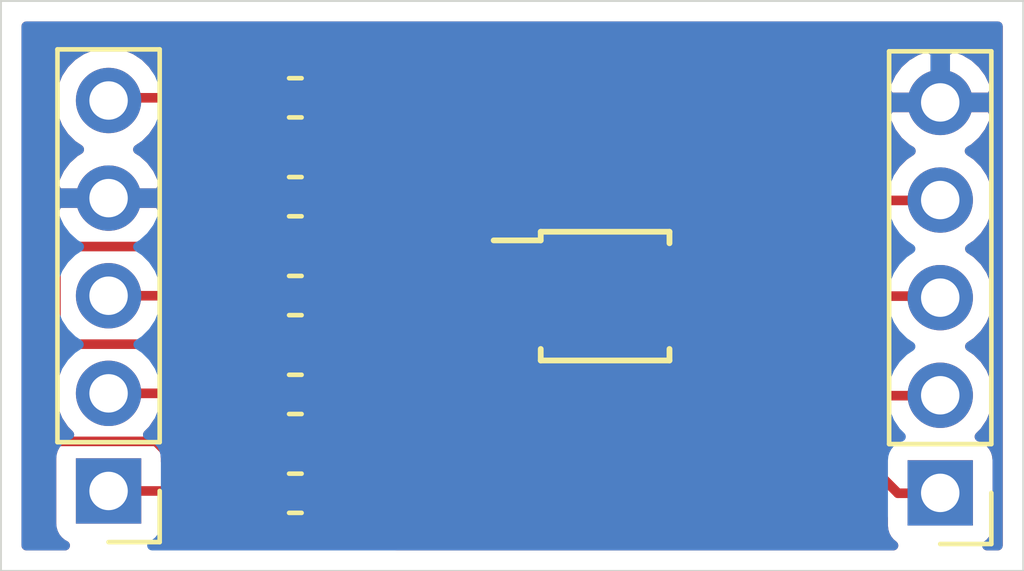
<source format=kicad_pcb>
(kicad_pcb (version 20171130) (host pcbnew 5.1.6-c6e7f7d~87~ubuntu18.04.1)

  (general
    (thickness 1.6)
    (drawings 4)
    (tracks 75)
    (zones 0)
    (modules 8)
    (nets 11)
  )

  (page A4)
  (title_block
    (title "MCP4728 breakout board")
    (date 2020-09-02)
    (rev 0.3)
    (company 6r1d)
  )

  (layers
    (0 F.Cu signal)
    (31 B.Cu signal)
    (32 B.Adhes user)
    (33 F.Adhes user)
    (34 B.Paste user)
    (35 F.Paste user)
    (36 B.SilkS user)
    (37 F.SilkS user)
    (38 B.Mask user)
    (39 F.Mask user)
    (40 Dwgs.User user)
    (41 Cmts.User user)
    (42 Eco1.User user)
    (43 Eco2.User user)
    (44 Edge.Cuts user)
    (45 Margin user)
    (46 B.CrtYd user)
    (47 F.CrtYd user)
    (48 B.Fab user)
    (49 F.Fab user)
  )

  (setup
    (last_trace_width 0.25)
    (trace_clearance 0.2)
    (zone_clearance 0.508)
    (zone_45_only no)
    (trace_min 0.2)
    (via_size 0.8)
    (via_drill 0.4)
    (via_min_size 0.4)
    (via_min_drill 0.3)
    (uvia_size 0.3)
    (uvia_drill 0.1)
    (uvias_allowed no)
    (uvia_min_size 0.2)
    (uvia_min_drill 0.1)
    (edge_width 0.05)
    (segment_width 0.2)
    (pcb_text_width 0.3)
    (pcb_text_size 1.5 1.5)
    (mod_edge_width 0.12)
    (mod_text_size 1 1)
    (mod_text_width 0.15)
    (pad_size 1.524 1.524)
    (pad_drill 0.762)
    (pad_to_mask_clearance 0.05)
    (aux_axis_origin 0 0)
    (visible_elements FFFFFF7F)
    (pcbplotparams
      (layerselection 0x010fc_ffffffff)
      (usegerberextensions false)
      (usegerberattributes true)
      (usegerberadvancedattributes true)
      (creategerberjobfile true)
      (excludeedgelayer true)
      (linewidth 0.100000)
      (plotframeref false)
      (viasonmask false)
      (mode 1)
      (useauxorigin false)
      (hpglpennumber 1)
      (hpglpenspeed 20)
      (hpglpendiameter 15.000000)
      (psnegative false)
      (psa4output false)
      (plotreference true)
      (plotvalue true)
      (plotinvisibletext false)
      (padsonsilk false)
      (subtractmaskfromsilk false)
      (outputformat 1)
      (mirror false)
      (drillshape 1)
      (scaleselection 1)
      (outputdirectory ""))
  )

  (net 0 "")
  (net 1 VDD)
  (net 2 GND)
  (net 3 SCL)
  (net 4 SDA)
  (net 5 LDAC)
  (net 6 VOUT_A)
  (net 7 VOUT_B)
  (net 8 VOUT_C)
  (net 9 VOUT_D)
  (net 10 "Net-(U1-Pad5)")

  (net_class Default "This is the default net class."
    (clearance 0.2)
    (trace_width 0.25)
    (via_dia 0.8)
    (via_drill 0.4)
    (uvia_dia 0.3)
    (uvia_drill 0.1)
    (add_net GND)
    (add_net LDAC)
    (add_net "Net-(U1-Pad5)")
    (add_net SCL)
    (add_net SDA)
    (add_net VDD)
    (add_net VOUT_A)
    (add_net VOUT_B)
    (add_net VOUT_C)
    (add_net VOUT_D)
  )

  (module Capacitor_SMD:C_0603_1608Metric (layer F.Cu) (tedit 5B301BBE) (tstamp 5F4F177D)
    (at 20.37 15.37 180)
    (descr "Capacitor SMD 0603 (1608 Metric), square (rectangular) end terminal, IPC_7351 nominal, (Body size source: http://www.tortai-tech.com/upload/download/2011102023233369053.pdf), generated with kicad-footprint-generator")
    (tags capacitor)
    (path /5F4328C6)
    (attr smd)
    (fp_text reference C1 (at 0 -1.43) (layer F.SilkS) hide
      (effects (font (size 1 1) (thickness 0.15)))
    )
    (fp_text value 0.1uF (at 0 1.43) (layer F.Fab) hide
      (effects (font (size 1 1) (thickness 0.15)))
    )
    (fp_line (start 1.48 0.73) (end -1.48 0.73) (layer F.CrtYd) (width 0.05))
    (fp_line (start 1.48 -0.73) (end 1.48 0.73) (layer F.CrtYd) (width 0.05))
    (fp_line (start -1.48 -0.73) (end 1.48 -0.73) (layer F.CrtYd) (width 0.05))
    (fp_line (start -1.48 0.73) (end -1.48 -0.73) (layer F.CrtYd) (width 0.05))
    (fp_line (start -0.162779 0.51) (end 0.162779 0.51) (layer F.SilkS) (width 0.12))
    (fp_line (start -0.162779 -0.51) (end 0.162779 -0.51) (layer F.SilkS) (width 0.12))
    (fp_line (start 0.8 0.4) (end -0.8 0.4) (layer F.Fab) (width 0.1))
    (fp_line (start 0.8 -0.4) (end 0.8 0.4) (layer F.Fab) (width 0.1))
    (fp_line (start -0.8 -0.4) (end 0.8 -0.4) (layer F.Fab) (width 0.1))
    (fp_line (start -0.8 0.4) (end -0.8 -0.4) (layer F.Fab) (width 0.1))
    (fp_text user %R (at 0 0) (layer F.Fab)
      (effects (font (size 0.4 0.4) (thickness 0.06)))
    )
    (pad 2 smd roundrect (at 0.7875 0 180) (size 0.875 0.95) (layers F.Cu F.Paste F.Mask) (roundrect_rratio 0.25)
      (net 1 VDD))
    (pad 1 smd roundrect (at -0.7875 0 180) (size 0.875 0.95) (layers F.Cu F.Paste F.Mask) (roundrect_rratio 0.25)
      (net 2 GND))
    (model ${KISYS3DMOD}/Capacitor_SMD.3dshapes/C_0603_1608Metric.wrl
      (at (xyz 0 0 0))
      (scale (xyz 1 1 1))
      (rotate (xyz 0 0 0))
    )
  )

  (module Capacitor_SMD:C_0603_1608Metric (layer F.Cu) (tedit 5B301BBE) (tstamp 5F4F178E)
    (at 20.37 17.9425 180)
    (descr "Capacitor SMD 0603 (1608 Metric), square (rectangular) end terminal, IPC_7351 nominal, (Body size source: http://www.tortai-tech.com/upload/download/2011102023233369053.pdf), generated with kicad-footprint-generator")
    (tags capacitor)
    (path /5F431DC0)
    (attr smd)
    (fp_text reference C2 (at 0 -1.43) (layer F.SilkS) hide
      (effects (font (size 1 1) (thickness 0.15)))
    )
    (fp_text value 10uF (at 0 1.43) (layer F.Fab) hide
      (effects (font (size 1 1) (thickness 0.15)))
    )
    (fp_line (start -0.8 0.4) (end -0.8 -0.4) (layer F.Fab) (width 0.1))
    (fp_line (start -0.8 -0.4) (end 0.8 -0.4) (layer F.Fab) (width 0.1))
    (fp_line (start 0.8 -0.4) (end 0.8 0.4) (layer F.Fab) (width 0.1))
    (fp_line (start 0.8 0.4) (end -0.8 0.4) (layer F.Fab) (width 0.1))
    (fp_line (start -0.162779 -0.51) (end 0.162779 -0.51) (layer F.SilkS) (width 0.12))
    (fp_line (start -0.162779 0.51) (end 0.162779 0.51) (layer F.SilkS) (width 0.12))
    (fp_line (start -1.48 0.73) (end -1.48 -0.73) (layer F.CrtYd) (width 0.05))
    (fp_line (start -1.48 -0.73) (end 1.48 -0.73) (layer F.CrtYd) (width 0.05))
    (fp_line (start 1.48 -0.73) (end 1.48 0.73) (layer F.CrtYd) (width 0.05))
    (fp_line (start 1.48 0.73) (end -1.48 0.73) (layer F.CrtYd) (width 0.05))
    (fp_text user %R (at 0 0) (layer F.Fab)
      (effects (font (size 0.4 0.4) (thickness 0.06)))
    )
    (pad 1 smd roundrect (at -0.7875 0 180) (size 0.875 0.95) (layers F.Cu F.Paste F.Mask) (roundrect_rratio 0.25)
      (net 2 GND))
    (pad 2 smd roundrect (at 0.7875 0 180) (size 0.875 0.95) (layers F.Cu F.Paste F.Mask) (roundrect_rratio 0.25)
      (net 1 VDD))
    (model ${KISYS3DMOD}/Capacitor_SMD.3dshapes/C_0603_1608Metric.wrl
      (at (xyz 0 0 0))
      (scale (xyz 1 1 1))
      (rotate (xyz 0 0 0))
    )
  )

  (module Connector_PinHeader_2.54mm:PinHeader_1x05_P2.54mm_Vertical (layer F.Cu) (tedit 59FED5CC) (tstamp 5F4F2CDC)
    (at 37.15 25.65 180)
    (descr "Through hole straight pin header, 1x05, 2.54mm pitch, single row")
    (tags "Through hole pin header THT 1x05 2.54mm single row")
    (path /5F480FA0)
    (fp_text reference J2 (at 0 -2.33) (layer F.SilkS) hide
      (effects (font (size 1 1) (thickness 0.15)))
    )
    (fp_text value Conn_01x05 (at 0 12.49) (layer F.Fab) hide
      (effects (font (size 1 1) (thickness 0.15)))
    )
    (fp_line (start -0.635 -1.27) (end 1.27 -1.27) (layer F.Fab) (width 0.1))
    (fp_line (start 1.27 -1.27) (end 1.27 11.43) (layer F.Fab) (width 0.1))
    (fp_line (start 1.27 11.43) (end -1.27 11.43) (layer F.Fab) (width 0.1))
    (fp_line (start -1.27 11.43) (end -1.27 -0.635) (layer F.Fab) (width 0.1))
    (fp_line (start -1.27 -0.635) (end -0.635 -1.27) (layer F.Fab) (width 0.1))
    (fp_line (start -1.33 11.49) (end 1.33 11.49) (layer F.SilkS) (width 0.12))
    (fp_line (start -1.33 1.27) (end -1.33 11.49) (layer F.SilkS) (width 0.12))
    (fp_line (start 1.33 1.27) (end 1.33 11.49) (layer F.SilkS) (width 0.12))
    (fp_line (start -1.33 1.27) (end 1.33 1.27) (layer F.SilkS) (width 0.12))
    (fp_line (start -1.33 0) (end -1.33 -1.33) (layer F.SilkS) (width 0.12))
    (fp_line (start -1.33 -1.33) (end 0 -1.33) (layer F.SilkS) (width 0.12))
    (fp_line (start -1.8 -1.8) (end -1.8 11.95) (layer F.CrtYd) (width 0.05))
    (fp_line (start -1.8 11.95) (end 1.8 11.95) (layer F.CrtYd) (width 0.05))
    (fp_line (start 1.8 11.95) (end 1.8 -1.8) (layer F.CrtYd) (width 0.05))
    (fp_line (start 1.8 -1.8) (end -1.8 -1.8) (layer F.CrtYd) (width 0.05))
    (fp_text user %R (at 0 5.08 90) (layer F.Fab)
      (effects (font (size 1 1) (thickness 0.15)))
    )
    (pad 1 thru_hole rect (at 0 0 180) (size 1.7 1.7) (drill 1) (layers *.Cu *.Mask)
      (net 6 VOUT_A))
    (pad 2 thru_hole oval (at 0 2.54 180) (size 1.7 1.7) (drill 1) (layers *.Cu *.Mask)
      (net 7 VOUT_B))
    (pad 3 thru_hole oval (at 0 5.08 180) (size 1.7 1.7) (drill 1) (layers *.Cu *.Mask)
      (net 8 VOUT_C))
    (pad 4 thru_hole oval (at 0 7.62 180) (size 1.7 1.7) (drill 1) (layers *.Cu *.Mask)
      (net 9 VOUT_D))
    (pad 5 thru_hole oval (at 0 10.16 180) (size 1.7 1.7) (drill 1) (layers *.Cu *.Mask)
      (net 2 GND))
    (model ${KISYS3DMOD}/Connector_PinHeader_2.54mm.3dshapes/PinHeader_1x05_P2.54mm_Vertical.wrl
      (at (xyz 0 0 0))
      (scale (xyz 1 1 1))
      (rotate (xyz 0 0 0))
    )
  )

  (module Resistor_SMD:R_0603_1608Metric (layer F.Cu) (tedit 5B301BBD) (tstamp 5F4F17D2)
    (at 20.37 20.515 180)
    (descr "Resistor SMD 0603 (1608 Metric), square (rectangular) end terminal, IPC_7351 nominal, (Body size source: http://www.tortai-tech.com/upload/download/2011102023233369053.pdf), generated with kicad-footprint-generator")
    (tags resistor)
    (path /5F41FBC6)
    (attr smd)
    (fp_text reference R1 (at 0 -1.43) (layer F.SilkS) hide
      (effects (font (size 1 1) (thickness 0.15)))
    )
    (fp_text value 4.7k (at 0 1.43) (layer F.Fab) hide
      (effects (font (size 1 1) (thickness 0.15)))
    )
    (fp_line (start -0.8 0.4) (end -0.8 -0.4) (layer F.Fab) (width 0.1))
    (fp_line (start -0.8 -0.4) (end 0.8 -0.4) (layer F.Fab) (width 0.1))
    (fp_line (start 0.8 -0.4) (end 0.8 0.4) (layer F.Fab) (width 0.1))
    (fp_line (start 0.8 0.4) (end -0.8 0.4) (layer F.Fab) (width 0.1))
    (fp_line (start -0.162779 -0.51) (end 0.162779 -0.51) (layer F.SilkS) (width 0.12))
    (fp_line (start -0.162779 0.51) (end 0.162779 0.51) (layer F.SilkS) (width 0.12))
    (fp_line (start -1.48 0.73) (end -1.48 -0.73) (layer F.CrtYd) (width 0.05))
    (fp_line (start -1.48 -0.73) (end 1.48 -0.73) (layer F.CrtYd) (width 0.05))
    (fp_line (start 1.48 -0.73) (end 1.48 0.73) (layer F.CrtYd) (width 0.05))
    (fp_line (start 1.48 0.73) (end -1.48 0.73) (layer F.CrtYd) (width 0.05))
    (fp_text user %R (at 0 0) (layer F.Fab)
      (effects (font (size 0.4 0.4) (thickness 0.06)))
    )
    (pad 1 smd roundrect (at -0.7875 0 180) (size 0.875 0.95) (layers F.Cu F.Paste F.Mask) (roundrect_rratio 0.25)
      (net 3 SCL))
    (pad 2 smd roundrect (at 0.7875 0 180) (size 0.875 0.95) (layers F.Cu F.Paste F.Mask) (roundrect_rratio 0.25)
      (net 1 VDD))
    (model ${KISYS3DMOD}/Resistor_SMD.3dshapes/R_0603_1608Metric.wrl
      (at (xyz 0 0 0))
      (scale (xyz 1 1 1))
      (rotate (xyz 0 0 0))
    )
  )

  (module Resistor_SMD:R_0603_1608Metric (layer F.Cu) (tedit 5B301BBD) (tstamp 5F4F17E3)
    (at 20.37 23.0875 180)
    (descr "Resistor SMD 0603 (1608 Metric), square (rectangular) end terminal, IPC_7351 nominal, (Body size source: http://www.tortai-tech.com/upload/download/2011102023233369053.pdf), generated with kicad-footprint-generator")
    (tags resistor)
    (path /5F41FF79)
    (attr smd)
    (fp_text reference R2 (at 0 -1.43) (layer F.SilkS) hide
      (effects (font (size 1 1) (thickness 0.15)))
    )
    (fp_text value 4.7k (at 0 1.43) (layer F.Fab) hide
      (effects (font (size 1 1) (thickness 0.15)))
    )
    (fp_line (start 1.48 0.73) (end -1.48 0.73) (layer F.CrtYd) (width 0.05))
    (fp_line (start 1.48 -0.73) (end 1.48 0.73) (layer F.CrtYd) (width 0.05))
    (fp_line (start -1.48 -0.73) (end 1.48 -0.73) (layer F.CrtYd) (width 0.05))
    (fp_line (start -1.48 0.73) (end -1.48 -0.73) (layer F.CrtYd) (width 0.05))
    (fp_line (start -0.162779 0.51) (end 0.162779 0.51) (layer F.SilkS) (width 0.12))
    (fp_line (start -0.162779 -0.51) (end 0.162779 -0.51) (layer F.SilkS) (width 0.12))
    (fp_line (start 0.8 0.4) (end -0.8 0.4) (layer F.Fab) (width 0.1))
    (fp_line (start 0.8 -0.4) (end 0.8 0.4) (layer F.Fab) (width 0.1))
    (fp_line (start -0.8 -0.4) (end 0.8 -0.4) (layer F.Fab) (width 0.1))
    (fp_line (start -0.8 0.4) (end -0.8 -0.4) (layer F.Fab) (width 0.1))
    (fp_text user %R (at 0 0) (layer F.Fab)
      (effects (font (size 0.4 0.4) (thickness 0.06)))
    )
    (pad 2 smd roundrect (at 0.7875 0 180) (size 0.875 0.95) (layers F.Cu F.Paste F.Mask) (roundrect_rratio 0.25)
      (net 1 VDD))
    (pad 1 smd roundrect (at -0.7875 0 180) (size 0.875 0.95) (layers F.Cu F.Paste F.Mask) (roundrect_rratio 0.25)
      (net 4 SDA))
    (model ${KISYS3DMOD}/Resistor_SMD.3dshapes/R_0603_1608Metric.wrl
      (at (xyz 0 0 0))
      (scale (xyz 1 1 1))
      (rotate (xyz 0 0 0))
    )
  )

  (module Resistor_SMD:R_0603_1608Metric (layer F.Cu) (tedit 5B301BBD) (tstamp 5F4F17F4)
    (at 20.37 25.66 180)
    (descr "Resistor SMD 0603 (1608 Metric), square (rectangular) end terminal, IPC_7351 nominal, (Body size source: http://www.tortai-tech.com/upload/download/2011102023233369053.pdf), generated with kicad-footprint-generator")
    (tags resistor)
    (path /5F4465BB)
    (attr smd)
    (fp_text reference R3 (at 0 -1.43) (layer F.SilkS) hide
      (effects (font (size 1 1) (thickness 0.15)))
    )
    (fp_text value 4.7k (at 0 1.43) (layer F.Fab) hide
      (effects (font (size 1 1) (thickness 0.15)))
    )
    (fp_line (start -0.8 0.4) (end -0.8 -0.4) (layer F.Fab) (width 0.1))
    (fp_line (start -0.8 -0.4) (end 0.8 -0.4) (layer F.Fab) (width 0.1))
    (fp_line (start 0.8 -0.4) (end 0.8 0.4) (layer F.Fab) (width 0.1))
    (fp_line (start 0.8 0.4) (end -0.8 0.4) (layer F.Fab) (width 0.1))
    (fp_line (start -0.162779 -0.51) (end 0.162779 -0.51) (layer F.SilkS) (width 0.12))
    (fp_line (start -0.162779 0.51) (end 0.162779 0.51) (layer F.SilkS) (width 0.12))
    (fp_line (start -1.48 0.73) (end -1.48 -0.73) (layer F.CrtYd) (width 0.05))
    (fp_line (start -1.48 -0.73) (end 1.48 -0.73) (layer F.CrtYd) (width 0.05))
    (fp_line (start 1.48 -0.73) (end 1.48 0.73) (layer F.CrtYd) (width 0.05))
    (fp_line (start 1.48 0.73) (end -1.48 0.73) (layer F.CrtYd) (width 0.05))
    (fp_text user %R (at 0 0) (layer F.Fab)
      (effects (font (size 0.4 0.4) (thickness 0.06)))
    )
    (pad 1 smd roundrect (at -0.7875 0 180) (size 0.875 0.95) (layers F.Cu F.Paste F.Mask) (roundrect_rratio 0.25)
      (net 5 LDAC))
    (pad 2 smd roundrect (at 0.7875 0 180) (size 0.875 0.95) (layers F.Cu F.Paste F.Mask) (roundrect_rratio 0.25)
      (net 2 GND))
    (model ${KISYS3DMOD}/Resistor_SMD.3dshapes/R_0603_1608Metric.wrl
      (at (xyz 0 0 0))
      (scale (xyz 1 1 1))
      (rotate (xyz 0 0 0))
    )
  )

  (module Package_SO:MSOP-10_3x3mm_P0.5mm (layer F.Cu) (tedit 5A02F25C) (tstamp 5F4F1813)
    (at 28.43 20.53)
    (descr "10-Lead Plastic Micro Small Outline Package (MS) [MSOP] (see Microchip Packaging Specification 00000049BS.pdf)")
    (tags "SSOP 0.5")
    (path /5F419BBF)
    (attr smd)
    (fp_text reference U1 (at 0 -2.6) (layer F.SilkS) hide
      (effects (font (size 1 1) (thickness 0.15)))
    )
    (fp_text value MCP4728 (at 0 2.6) (layer F.Fab) hide
      (effects (font (size 1 1) (thickness 0.15)))
    )
    (fp_line (start -0.5 -1.5) (end 1.5 -1.5) (layer F.Fab) (width 0.15))
    (fp_line (start 1.5 -1.5) (end 1.5 1.5) (layer F.Fab) (width 0.15))
    (fp_line (start 1.5 1.5) (end -1.5 1.5) (layer F.Fab) (width 0.15))
    (fp_line (start -1.5 1.5) (end -1.5 -0.5) (layer F.Fab) (width 0.15))
    (fp_line (start -1.5 -0.5) (end -0.5 -1.5) (layer F.Fab) (width 0.15))
    (fp_line (start -3.15 -1.85) (end -3.15 1.85) (layer F.CrtYd) (width 0.05))
    (fp_line (start 3.15 -1.85) (end 3.15 1.85) (layer F.CrtYd) (width 0.05))
    (fp_line (start -3.15 -1.85) (end 3.15 -1.85) (layer F.CrtYd) (width 0.05))
    (fp_line (start -3.15 1.85) (end 3.15 1.85) (layer F.CrtYd) (width 0.05))
    (fp_line (start -1.675 -1.675) (end -1.675 -1.45) (layer F.SilkS) (width 0.15))
    (fp_line (start 1.675 -1.675) (end 1.675 -1.375) (layer F.SilkS) (width 0.15))
    (fp_line (start 1.675 1.675) (end 1.675 1.375) (layer F.SilkS) (width 0.15))
    (fp_line (start -1.675 1.675) (end -1.675 1.375) (layer F.SilkS) (width 0.15))
    (fp_line (start -1.675 -1.675) (end 1.675 -1.675) (layer F.SilkS) (width 0.15))
    (fp_line (start -1.675 1.675) (end 1.675 1.675) (layer F.SilkS) (width 0.15))
    (fp_line (start -1.675 -1.45) (end -2.9 -1.45) (layer F.SilkS) (width 0.15))
    (fp_text user %R (at 0 0) (layer F.Fab)
      (effects (font (size 0.6 0.6) (thickness 0.15)))
    )
    (pad 1 smd rect (at -2.2 -1) (size 1.4 0.3) (layers F.Cu F.Paste F.Mask)
      (net 1 VDD))
    (pad 2 smd rect (at -2.2 -0.5) (size 1.4 0.3) (layers F.Cu F.Paste F.Mask)
      (net 3 SCL))
    (pad 3 smd rect (at -2.2 0) (size 1.4 0.3) (layers F.Cu F.Paste F.Mask)
      (net 4 SDA))
    (pad 4 smd rect (at -2.2 0.5) (size 1.4 0.3) (layers F.Cu F.Paste F.Mask)
      (net 5 LDAC))
    (pad 5 smd rect (at -2.2 1) (size 1.4 0.3) (layers F.Cu F.Paste F.Mask)
      (net 10 "Net-(U1-Pad5)"))
    (pad 6 smd rect (at 2.2 1) (size 1.4 0.3) (layers F.Cu F.Paste F.Mask)
      (net 6 VOUT_A))
    (pad 7 smd rect (at 2.2 0.5) (size 1.4 0.3) (layers F.Cu F.Paste F.Mask)
      (net 7 VOUT_B))
    (pad 8 smd rect (at 2.2 0) (size 1.4 0.3) (layers F.Cu F.Paste F.Mask)
      (net 8 VOUT_C))
    (pad 9 smd rect (at 2.2 -0.5) (size 1.4 0.3) (layers F.Cu F.Paste F.Mask)
      (net 9 VOUT_D))
    (pad 10 smd rect (at 2.2 -1) (size 1.4 0.3) (layers F.Cu F.Paste F.Mask)
      (net 2 GND))
    (model ${KISYS3DMOD}/Package_SO.3dshapes/MSOP-10_3x3mm_P0.5mm.wrl
      (at (xyz 0 0 0))
      (scale (xyz 1 1 1))
      (rotate (xyz 0 0 0))
    )
  )

  (module Connector_PinHeader_2.54mm:PinHeader_1x05_P2.54mm_Vertical (layer F.Cu) (tedit 59FED5CC) (tstamp 5F4F2924)
    (at 15.51 25.6 180)
    (descr "Through hole straight pin header, 1x05, 2.54mm pitch, single row")
    (tags "Through hole pin header THT 1x05 2.54mm single row")
    (path /5F5B52AE)
    (fp_text reference J1 (at 0 -2.33) (layer F.SilkS) hide
      (effects (font (size 1 1) (thickness 0.15)))
    )
    (fp_text value Conn_01x05 (at 0 12.49) (layer F.Fab) hide
      (effects (font (size 1 1) (thickness 0.15)))
    )
    (fp_line (start -0.635 -1.27) (end 1.27 -1.27) (layer F.Fab) (width 0.1))
    (fp_line (start 1.27 -1.27) (end 1.27 11.43) (layer F.Fab) (width 0.1))
    (fp_line (start 1.27 11.43) (end -1.27 11.43) (layer F.Fab) (width 0.1))
    (fp_line (start -1.27 11.43) (end -1.27 -0.635) (layer F.Fab) (width 0.1))
    (fp_line (start -1.27 -0.635) (end -0.635 -1.27) (layer F.Fab) (width 0.1))
    (fp_line (start -1.33 11.49) (end 1.33 11.49) (layer F.SilkS) (width 0.12))
    (fp_line (start -1.33 1.27) (end -1.33 11.49) (layer F.SilkS) (width 0.12))
    (fp_line (start 1.33 1.27) (end 1.33 11.49) (layer F.SilkS) (width 0.12))
    (fp_line (start -1.33 1.27) (end 1.33 1.27) (layer F.SilkS) (width 0.12))
    (fp_line (start -1.33 0) (end -1.33 -1.33) (layer F.SilkS) (width 0.12))
    (fp_line (start -1.33 -1.33) (end 0 -1.33) (layer F.SilkS) (width 0.12))
    (fp_line (start -1.8 -1.8) (end -1.8 11.95) (layer F.CrtYd) (width 0.05))
    (fp_line (start -1.8 11.95) (end 1.8 11.95) (layer F.CrtYd) (width 0.05))
    (fp_line (start 1.8 11.95) (end 1.8 -1.8) (layer F.CrtYd) (width 0.05))
    (fp_line (start 1.8 -1.8) (end -1.8 -1.8) (layer F.CrtYd) (width 0.05))
    (fp_text user %R (at 0 5.08 90) (layer F.Fab)
      (effects (font (size 1 1) (thickness 0.15)))
    )
    (pad 1 thru_hole rect (at 0 0 180) (size 1.7 1.7) (drill 1) (layers *.Cu *.Mask)
      (net 5 LDAC))
    (pad 2 thru_hole oval (at 0 2.54 180) (size 1.7 1.7) (drill 1) (layers *.Cu *.Mask)
      (net 4 SDA))
    (pad 3 thru_hole oval (at 0 5.08 180) (size 1.7 1.7) (drill 1) (layers *.Cu *.Mask)
      (net 3 SCL))
    (pad 4 thru_hole oval (at 0 7.62 180) (size 1.7 1.7) (drill 1) (layers *.Cu *.Mask)
      (net 2 GND))
    (pad 5 thru_hole oval (at 0 10.16 180) (size 1.7 1.7) (drill 1) (layers *.Cu *.Mask)
      (net 1 VDD))
    (model ${KISYS3DMOD}/Connector_PinHeader_2.54mm.3dshapes/PinHeader_1x05_P2.54mm_Vertical.wrl
      (at (xyz 0 0 0))
      (scale (xyz 1 1 1))
      (rotate (xyz 0 0 0))
    )
  )

  (gr_line (start 39.31 12.85) (end 12.71 12.85) (layer Edge.Cuts) (width 0.05))
  (gr_line (start 39.31 27.68) (end 39.31 12.85) (layer Edge.Cuts) (width 0.05))
  (gr_line (start 12.71 27.68) (end 39.31 27.68) (layer Edge.Cuts) (width 0.05))
  (gr_line (start 12.71 12.85) (end 12.71 27.68) (layer Edge.Cuts) (width 0.05))

  (segment (start 19.5825 15.37) (end 19.5825 17.9425) (width 0.25) (layer F.Cu) (net 1))
  (segment (start 15.58 15.37) (end 15.51 15.44) (width 0.25) (layer F.Cu) (net 1))
  (segment (start 19.5825 15.37) (end 15.58 15.37) (width 0.25) (layer F.Cu) (net 1))
  (segment (start 19.5825 17.9425) (end 19.5825 19.2675) (width 0.25) (layer F.Cu) (net 1))
  (segment (start 19.5825 19.2675) (end 19.5825 20.515) (width 0.25) (layer F.Cu) (net 1))
  (segment (start 18.5675 23.0875) (end 19.5825 23.0875) (width 0.25) (layer F.Cu) (net 1))
  (segment (start 17.26 21.78) (end 18.5675 23.0875) (width 0.25) (layer F.Cu) (net 1))
  (segment (start 14.48 21.78) (end 17.26 21.78) (width 0.25) (layer F.Cu) (net 1))
  (segment (start 18.605 20.515) (end 17.33 19.24) (width 0.25) (layer F.Cu) (net 1))
  (segment (start 14.44 19.24) (end 14.14 19.54) (width 0.25) (layer F.Cu) (net 1))
  (segment (start 17.33 19.24) (end 14.44 19.24) (width 0.25) (layer F.Cu) (net 1))
  (segment (start 19.5825 20.515) (end 18.605 20.515) (width 0.25) (layer F.Cu) (net 1))
  (segment (start 14.14 19.54) (end 14.14 21.44) (width 0.25) (layer F.Cu) (net 1))
  (segment (start 14.14 21.44) (end 14.48 21.78) (width 0.25) (layer F.Cu) (net 1))
  (segment (start 26.23 19.53) (end 26.23 19.29) (width 0.25) (layer F.Cu) (net 1))
  (segment (start 26.03 19.09) (end 19.64 19.09) (width 0.25) (layer F.Cu) (net 1))
  (segment (start 26.23 19.29) (end 26.03 19.09) (width 0.25) (layer F.Cu) (net 1))
  (segment (start 35.86 15.5) (end 37.14 15.5) (width 0.25) (layer F.Cu) (net 2))
  (segment (start 30.63 19.53) (end 31.83 19.53) (width 0.25) (layer F.Cu) (net 2))
  (segment (start 31.83 19.53) (end 35.86 15.5) (width 0.25) (layer F.Cu) (net 2))
  (segment (start 21.1575 15.37) (end 21.1575 17.9425) (width 0.25) (layer F.Cu) (net 2))
  (segment (start 14.27 17.98) (end 13.51 17.22) (width 0.25) (layer F.Cu) (net 2))
  (segment (start 15.51 17.98) (end 14.27 17.98) (width 0.25) (layer F.Cu) (net 2))
  (segment (start 16.74 24.31) (end 18.09 25.66) (width 0.25) (layer F.Cu) (net 2))
  (segment (start 13.51 17.22) (end 13.51 23.650002) (width 0.25) (layer F.Cu) (net 2))
  (segment (start 18.09 25.66) (end 19.5825 25.66) (width 0.25) (layer F.Cu) (net 2))
  (segment (start 14.169998 24.31) (end 16.74 24.31) (width 0.25) (layer F.Cu) (net 2))
  (segment (start 13.51 23.650002) (end 14.169998 24.31) (width 0.25) (layer F.Cu) (net 2))
  (segment (start 29.22 19.53) (end 30.63 19.53) (width 0.25) (layer F.Cu) (net 2))
  (segment (start 21.1575 17.9425) (end 27.6325 17.9425) (width 0.25) (layer F.Cu) (net 2))
  (segment (start 27.6325 17.9425) (end 29.22 19.53) (width 0.25) (layer F.Cu) (net 2))
  (segment (start 21.1575 14.3375) (end 21.1575 15.37) (width 0.25) (layer F.Cu) (net 2))
  (segment (start 20.52 13.7) (end 21.1575 14.3375) (width 0.25) (layer F.Cu) (net 2))
  (segment (start 14.41 13.7) (end 20.52 13.7) (width 0.25) (layer F.Cu) (net 2))
  (segment (start 13.51 17.22) (end 13.51 14.6) (width 0.25) (layer F.Cu) (net 2))
  (segment (start 13.51 14.6) (end 14.41 13.7) (width 0.25) (layer F.Cu) (net 2))
  (segment (start 23.49 20.03) (end 26.23 20.03) (width 0.25) (layer F.Cu) (net 3))
  (segment (start 23.01 20.51) (end 23.49 20.03) (width 0.25) (layer F.Cu) (net 3))
  (segment (start 23.005 20.515) (end 23.01 20.51) (width 0.25) (layer F.Cu) (net 3))
  (segment (start 21.1575 20.515) (end 23.005 20.515) (width 0.25) (layer F.Cu) (net 3))
  (segment (start 21.75 21.77) (end 23.01 20.51) (width 0.25) (layer F.Cu) (net 3))
  (segment (start 18.84 21.77) (end 21.75 21.77) (width 0.25) (layer F.Cu) (net 3))
  (segment (start 15.51 20.52) (end 17.59 20.52) (width 0.25) (layer F.Cu) (net 3))
  (segment (start 17.59 20.52) (end 18.84 21.77) (width 0.25) (layer F.Cu) (net 3))
  (segment (start 15.51 23.06) (end 17.36 23.06) (width 0.25) (layer F.Cu) (net 4))
  (segment (start 18.69 24.39) (end 21.43 24.39) (width 0.25) (layer F.Cu) (net 4))
  (segment (start 17.36 23.06) (end 18.69 24.39) (width 0.25) (layer F.Cu) (net 4))
  (segment (start 21.43 24.39) (end 22.25 23.57) (width 0.25) (layer F.Cu) (net 4))
  (segment (start 22.25 23.57) (end 22.25 23.08) (width 0.25) (layer F.Cu) (net 4))
  (segment (start 22.2425 23.0875) (end 22.25 23.08) (width 0.25) (layer F.Cu) (net 4))
  (segment (start 21.1575 23.0875) (end 22.2425 23.0875) (width 0.25) (layer F.Cu) (net 4))
  (segment (start 24.18 20.53) (end 26.23 20.53) (width 0.25) (layer F.Cu) (net 4))
  (segment (start 22.25 23.08) (end 22.25 22.46) (width 0.25) (layer F.Cu) (net 4))
  (segment (start 22.25 22.46) (end 24.18 20.53) (width 0.25) (layer F.Cu) (net 4))
  (segment (start 17.05 25.6) (end 15.51 25.6) (width 0.25) (layer F.Cu) (net 5))
  (segment (start 22.93 26.03) (end 22.04 26.92) (width 0.25) (layer F.Cu) (net 5))
  (segment (start 26.23 21.03) (end 24.94 21.03) (width 0.25) (layer F.Cu) (net 5))
  (segment (start 24.94 21.03) (end 22.93 23.04) (width 0.25) (layer F.Cu) (net 5))
  (segment (start 22.04 26.92) (end 18.37 26.92) (width 0.25) (layer F.Cu) (net 5))
  (segment (start 18.37 26.92) (end 17.05 25.6) (width 0.25) (layer F.Cu) (net 5))
  (segment (start 22.91 25.66) (end 22.93 25.64) (width 0.25) (layer F.Cu) (net 5))
  (segment (start 21.1575 25.66) (end 22.91 25.66) (width 0.25) (layer F.Cu) (net 5))
  (segment (start 22.93 23.04) (end 22.93 25.64) (width 0.25) (layer F.Cu) (net 5))
  (segment (start 22.93 25.64) (end 22.93 26.03) (width 0.25) (layer F.Cu) (net 5))
  (segment (start 26.23 21.53) (end 26.22 21.54) (width 0.25) (layer F.Cu) (net 10))
  (segment (start 36.05 25.66) (end 37.14 25.66) (width 0.25) (layer F.Cu) (net 6))
  (segment (start 30.63 21.53) (end 31.92 21.53) (width 0.25) (layer F.Cu) (net 6))
  (segment (start 31.92 21.53) (end 36.05 25.66) (width 0.25) (layer F.Cu) (net 6))
  (segment (start 30.63 21.03) (end 32.87 21.03) (width 0.25) (layer F.Cu) (net 7))
  (segment (start 34.96 23.12) (end 37.14 23.12) (width 0.25) (layer F.Cu) (net 7))
  (segment (start 32.87 21.03) (end 34.96 23.12) (width 0.25) (layer F.Cu) (net 7))
  (segment (start 30.63 20.53) (end 37.11 20.53) (width 0.25) (layer F.Cu) (net 8))
  (segment (start 34.9 18.04) (end 37.14 18.04) (width 0.25) (layer F.Cu) (net 9))
  (segment (start 30.63 20.03) (end 32.91 20.03) (width 0.25) (layer F.Cu) (net 9))
  (segment (start 32.91 20.03) (end 34.9 18.04) (width 0.25) (layer F.Cu) (net 9))

  (zone (net 2) (net_name GND) (layer B.Cu) (tstamp 0) (hatch edge 0.508)
    (connect_pads (clearance 0.508))
    (min_thickness 0.254)
    (fill yes (arc_segments 32) (thermal_gap 0.508) (thermal_bridge_width 0.508))
    (polygon
      (pts
        (xy 39.27 27.64) (xy 12.74 27.64) (xy 12.74 12.88) (xy 39.27 12.88)
      )
    )
    (filled_polygon
      (pts
        (xy 38.65 27.02) (xy 38.367333 27.02) (xy 38.451185 26.951185) (xy 38.530537 26.854494) (xy 38.589502 26.74418)
        (xy 38.625812 26.624482) (xy 38.638072 26.5) (xy 38.638072 24.8) (xy 38.625812 24.675518) (xy 38.589502 24.55582)
        (xy 38.530537 24.445506) (xy 38.451185 24.348815) (xy 38.354494 24.269463) (xy 38.24418 24.210498) (xy 38.17162 24.188487)
        (xy 38.303475 24.056632) (xy 38.46599 23.813411) (xy 38.577932 23.543158) (xy 38.635 23.25626) (xy 38.635 22.96374)
        (xy 38.577932 22.676842) (xy 38.46599 22.406589) (xy 38.303475 22.163368) (xy 38.096632 21.956525) (xy 37.92224 21.84)
        (xy 38.096632 21.723475) (xy 38.303475 21.516632) (xy 38.46599 21.273411) (xy 38.577932 21.003158) (xy 38.635 20.71626)
        (xy 38.635 20.42374) (xy 38.577932 20.136842) (xy 38.46599 19.866589) (xy 38.303475 19.623368) (xy 38.096632 19.416525)
        (xy 37.92224 19.3) (xy 38.096632 19.183475) (xy 38.303475 18.976632) (xy 38.46599 18.733411) (xy 38.577932 18.463158)
        (xy 38.635 18.17626) (xy 38.635 17.88374) (xy 38.577932 17.596842) (xy 38.46599 17.326589) (xy 38.303475 17.083368)
        (xy 38.096632 16.876525) (xy 37.914466 16.754805) (xy 38.031355 16.685178) (xy 38.247588 16.490269) (xy 38.421641 16.25692)
        (xy 38.546825 15.994099) (xy 38.591476 15.84689) (xy 38.470155 15.617) (xy 37.277 15.617) (xy 37.277 15.637)
        (xy 37.023 15.637) (xy 37.023 15.617) (xy 35.829845 15.617) (xy 35.708524 15.84689) (xy 35.753175 15.994099)
        (xy 35.878359 16.25692) (xy 36.052412 16.490269) (xy 36.268645 16.685178) (xy 36.385534 16.754805) (xy 36.203368 16.876525)
        (xy 35.996525 17.083368) (xy 35.83401 17.326589) (xy 35.722068 17.596842) (xy 35.665 17.88374) (xy 35.665 18.17626)
        (xy 35.722068 18.463158) (xy 35.83401 18.733411) (xy 35.996525 18.976632) (xy 36.203368 19.183475) (xy 36.37776 19.3)
        (xy 36.203368 19.416525) (xy 35.996525 19.623368) (xy 35.83401 19.866589) (xy 35.722068 20.136842) (xy 35.665 20.42374)
        (xy 35.665 20.71626) (xy 35.722068 21.003158) (xy 35.83401 21.273411) (xy 35.996525 21.516632) (xy 36.203368 21.723475)
        (xy 36.37776 21.84) (xy 36.203368 21.956525) (xy 35.996525 22.163368) (xy 35.83401 22.406589) (xy 35.722068 22.676842)
        (xy 35.665 22.96374) (xy 35.665 23.25626) (xy 35.722068 23.543158) (xy 35.83401 23.813411) (xy 35.996525 24.056632)
        (xy 36.12838 24.188487) (xy 36.05582 24.210498) (xy 35.945506 24.269463) (xy 35.848815 24.348815) (xy 35.769463 24.445506)
        (xy 35.710498 24.55582) (xy 35.674188 24.675518) (xy 35.661928 24.8) (xy 35.661928 26.5) (xy 35.674188 26.624482)
        (xy 35.710498 26.74418) (xy 35.769463 26.854494) (xy 35.848815 26.951185) (xy 35.932667 27.02) (xy 16.640665 27.02)
        (xy 16.714494 26.980537) (xy 16.811185 26.901185) (xy 16.890537 26.804494) (xy 16.949502 26.69418) (xy 16.985812 26.574482)
        (xy 16.998072 26.45) (xy 16.998072 24.75) (xy 16.985812 24.625518) (xy 16.949502 24.50582) (xy 16.890537 24.395506)
        (xy 16.811185 24.298815) (xy 16.714494 24.219463) (xy 16.60418 24.160498) (xy 16.53162 24.138487) (xy 16.663475 24.006632)
        (xy 16.82599 23.763411) (xy 16.937932 23.493158) (xy 16.995 23.20626) (xy 16.995 22.91374) (xy 16.937932 22.626842)
        (xy 16.82599 22.356589) (xy 16.663475 22.113368) (xy 16.456632 21.906525) (xy 16.28224 21.79) (xy 16.456632 21.673475)
        (xy 16.663475 21.466632) (xy 16.82599 21.223411) (xy 16.937932 20.953158) (xy 16.995 20.66626) (xy 16.995 20.37374)
        (xy 16.937932 20.086842) (xy 16.82599 19.816589) (xy 16.663475 19.573368) (xy 16.456632 19.366525) (xy 16.274466 19.244805)
        (xy 16.391355 19.175178) (xy 16.607588 18.980269) (xy 16.781641 18.74692) (xy 16.906825 18.484099) (xy 16.951476 18.33689)
        (xy 16.830155 18.107) (xy 15.637 18.107) (xy 15.637 18.127) (xy 15.383 18.127) (xy 15.383 18.107)
        (xy 14.189845 18.107) (xy 14.068524 18.33689) (xy 14.113175 18.484099) (xy 14.238359 18.74692) (xy 14.412412 18.980269)
        (xy 14.628645 19.175178) (xy 14.745534 19.244805) (xy 14.563368 19.366525) (xy 14.356525 19.573368) (xy 14.19401 19.816589)
        (xy 14.082068 20.086842) (xy 14.025 20.37374) (xy 14.025 20.66626) (xy 14.082068 20.953158) (xy 14.19401 21.223411)
        (xy 14.356525 21.466632) (xy 14.563368 21.673475) (xy 14.73776 21.79) (xy 14.563368 21.906525) (xy 14.356525 22.113368)
        (xy 14.19401 22.356589) (xy 14.082068 22.626842) (xy 14.025 22.91374) (xy 14.025 23.20626) (xy 14.082068 23.493158)
        (xy 14.19401 23.763411) (xy 14.356525 24.006632) (xy 14.48838 24.138487) (xy 14.41582 24.160498) (xy 14.305506 24.219463)
        (xy 14.208815 24.298815) (xy 14.129463 24.395506) (xy 14.070498 24.50582) (xy 14.034188 24.625518) (xy 14.021928 24.75)
        (xy 14.021928 26.45) (xy 14.034188 26.574482) (xy 14.070498 26.69418) (xy 14.129463 26.804494) (xy 14.208815 26.901185)
        (xy 14.305506 26.980537) (xy 14.379335 27.02) (xy 13.37 27.02) (xy 13.37 15.29374) (xy 14.025 15.29374)
        (xy 14.025 15.58626) (xy 14.082068 15.873158) (xy 14.19401 16.143411) (xy 14.356525 16.386632) (xy 14.563368 16.593475)
        (xy 14.745534 16.715195) (xy 14.628645 16.784822) (xy 14.412412 16.979731) (xy 14.238359 17.21308) (xy 14.113175 17.475901)
        (xy 14.068524 17.62311) (xy 14.189845 17.853) (xy 15.383 17.853) (xy 15.383 17.833) (xy 15.637 17.833)
        (xy 15.637 17.853) (xy 16.830155 17.853) (xy 16.951476 17.62311) (xy 16.906825 17.475901) (xy 16.781641 17.21308)
        (xy 16.607588 16.979731) (xy 16.391355 16.784822) (xy 16.274466 16.715195) (xy 16.456632 16.593475) (xy 16.663475 16.386632)
        (xy 16.82599 16.143411) (xy 16.937932 15.873158) (xy 16.995 15.58626) (xy 16.995 15.29374) (xy 16.963049 15.13311)
        (xy 35.708524 15.13311) (xy 35.829845 15.363) (xy 37.023 15.363) (xy 37.023 14.169186) (xy 37.277 14.169186)
        (xy 37.277 15.363) (xy 38.470155 15.363) (xy 38.591476 15.13311) (xy 38.546825 14.985901) (xy 38.421641 14.72308)
        (xy 38.247588 14.489731) (xy 38.031355 14.294822) (xy 37.781252 14.145843) (xy 37.506891 14.048519) (xy 37.277 14.169186)
        (xy 37.023 14.169186) (xy 36.793109 14.048519) (xy 36.518748 14.145843) (xy 36.268645 14.294822) (xy 36.052412 14.489731)
        (xy 35.878359 14.72308) (xy 35.753175 14.985901) (xy 35.708524 15.13311) (xy 16.963049 15.13311) (xy 16.937932 15.006842)
        (xy 16.82599 14.736589) (xy 16.663475 14.493368) (xy 16.456632 14.286525) (xy 16.213411 14.12401) (xy 15.943158 14.012068)
        (xy 15.65626 13.955) (xy 15.36374 13.955) (xy 15.076842 14.012068) (xy 14.806589 14.12401) (xy 14.563368 14.286525)
        (xy 14.356525 14.493368) (xy 14.19401 14.736589) (xy 14.082068 15.006842) (xy 14.025 15.29374) (xy 13.37 15.29374)
        (xy 13.37 13.51) (xy 38.650001 13.51)
      )
    )
  )
  (zone (net 2) (net_name GND) (layer F.Cu) (tstamp 0) (hatch edge 0.508)
    (connect_pads (clearance 0.508))
    (min_thickness 0.254)
    (fill yes (arc_segments 32) (thermal_gap 0.508) (thermal_bridge_width 0.508))
    (polygon
      (pts
        (xy 39.27 27.64) (xy 12.74 27.64) (xy 12.74 12.88) (xy 39.27 12.88)
      )
    )
    (filled_polygon
      (pts
        (xy 38.65 27.02) (xy 38.367333 27.02) (xy 38.451185 26.951185) (xy 38.530537 26.854494) (xy 38.589502 26.74418)
        (xy 38.625812 26.624482) (xy 38.638072 26.5) (xy 38.638072 24.8) (xy 38.625812 24.675518) (xy 38.589502 24.55582)
        (xy 38.530537 24.445506) (xy 38.451185 24.348815) (xy 38.354494 24.269463) (xy 38.24418 24.210498) (xy 38.17162 24.188487)
        (xy 38.303475 24.056632) (xy 38.46599 23.813411) (xy 38.577932 23.543158) (xy 38.635 23.25626) (xy 38.635 22.96374)
        (xy 38.577932 22.676842) (xy 38.46599 22.406589) (xy 38.303475 22.163368) (xy 38.096632 21.956525) (xy 37.92224 21.84)
        (xy 38.096632 21.723475) (xy 38.303475 21.516632) (xy 38.46599 21.273411) (xy 38.577932 21.003158) (xy 38.635 20.71626)
        (xy 38.635 20.42374) (xy 38.577932 20.136842) (xy 38.46599 19.866589) (xy 38.303475 19.623368) (xy 38.096632 19.416525)
        (xy 37.92224 19.3) (xy 38.096632 19.183475) (xy 38.303475 18.976632) (xy 38.46599 18.733411) (xy 38.577932 18.463158)
        (xy 38.635 18.17626) (xy 38.635 17.88374) (xy 38.577932 17.596842) (xy 38.46599 17.326589) (xy 38.303475 17.083368)
        (xy 38.096632 16.876525) (xy 37.914466 16.754805) (xy 38.031355 16.685178) (xy 38.247588 16.490269) (xy 38.421641 16.25692)
        (xy 38.546825 15.994099) (xy 38.591476 15.84689) (xy 38.470155 15.617) (xy 37.277 15.617) (xy 37.277 15.637)
        (xy 37.023 15.637) (xy 37.023 15.617) (xy 35.829845 15.617) (xy 35.708524 15.84689) (xy 35.753175 15.994099)
        (xy 35.878359 16.25692) (xy 36.052412 16.490269) (xy 36.268645 16.685178) (xy 36.385534 16.754805) (xy 36.203368 16.876525)
        (xy 35.996525 17.083368) (xy 35.86514 17.28) (xy 34.937322 17.28) (xy 34.9 17.276324) (xy 34.862677 17.28)
        (xy 34.862667 17.28) (xy 34.751014 17.290997) (xy 34.633681 17.326589) (xy 34.607753 17.334454) (xy 34.475723 17.405026)
        (xy 34.399599 17.4675) (xy 34.359999 17.499999) (xy 34.336201 17.528997) (xy 32.595199 19.27) (xy 31.956443 19.27)
        (xy 31.953794 19.245771) (xy 31.915621 19.126654) (xy 31.854943 19.017273) (xy 31.774092 18.921831) (xy 31.676174 18.843997)
        (xy 31.564954 18.786761) (xy 31.444704 18.752323) (xy 31.320046 18.742006) (xy 30.91575 18.745) (xy 30.757 18.90375)
        (xy 30.757 19.241928) (xy 30.503 19.241928) (xy 30.503 18.90375) (xy 30.34425 18.745) (xy 29.939954 18.742006)
        (xy 29.815296 18.752323) (xy 29.695046 18.786761) (xy 29.583826 18.843997) (xy 29.485908 18.921831) (xy 29.405057 19.017273)
        (xy 29.344379 19.126654) (xy 29.306206 19.245771) (xy 29.295 19.34825) (xy 29.432275 19.485525) (xy 29.399463 19.525506)
        (xy 29.340498 19.63582) (xy 29.327247 19.679503) (xy 29.295 19.71175) (xy 29.302102 19.776698) (xy 29.291928 19.88)
        (xy 29.291928 20.18) (xy 29.301777 20.28) (xy 29.291928 20.38) (xy 29.291928 20.68) (xy 29.301777 20.78)
        (xy 29.291928 20.88) (xy 29.291928 21.18) (xy 29.301777 21.28) (xy 29.291928 21.38) (xy 29.291928 21.68)
        (xy 29.304188 21.804482) (xy 29.340498 21.92418) (xy 29.399463 22.034494) (xy 29.478815 22.131185) (xy 29.575506 22.210537)
        (xy 29.68582 22.269502) (xy 29.805518 22.305812) (xy 29.93 22.318072) (xy 31.33 22.318072) (xy 31.454482 22.305812)
        (xy 31.506607 22.29) (xy 31.605199 22.29) (xy 35.486201 26.171003) (xy 35.509999 26.200001) (xy 35.538997 26.223799)
        (xy 35.625723 26.294974) (xy 35.661928 26.314326) (xy 35.661928 26.5) (xy 35.674188 26.624482) (xy 35.710498 26.74418)
        (xy 35.769463 26.854494) (xy 35.848815 26.951185) (xy 35.932667 27.02) (xy 23.014801 27.02) (xy 23.441003 26.593799)
        (xy 23.470001 26.570001) (xy 23.5093 26.522115) (xy 23.564974 26.454277) (xy 23.635546 26.322247) (xy 23.643819 26.294974)
        (xy 23.679003 26.178986) (xy 23.69 26.067332) (xy 23.69 26.067324) (xy 23.693676 26.030001) (xy 23.69 25.992678)
        (xy 23.69 25.677323) (xy 23.693676 25.640001) (xy 23.69 25.602678) (xy 23.69 23.354801) (xy 25.004351 22.04045)
        (xy 25.078815 22.131185) (xy 25.175506 22.210537) (xy 25.28582 22.269502) (xy 25.405518 22.305812) (xy 25.53 22.318072)
        (xy 26.93 22.318072) (xy 27.054482 22.305812) (xy 27.17418 22.269502) (xy 27.284494 22.210537) (xy 27.381185 22.131185)
        (xy 27.460537 22.034494) (xy 27.519502 21.92418) (xy 27.555812 21.804482) (xy 27.568072 21.68) (xy 27.568072 21.38)
        (xy 27.558223 21.28) (xy 27.568072 21.18) (xy 27.568072 20.88) (xy 27.558223 20.78) (xy 27.568072 20.68)
        (xy 27.568072 20.38) (xy 27.558223 20.28) (xy 27.568072 20.18) (xy 27.568072 19.88) (xy 27.558223 19.78)
        (xy 27.568072 19.68) (xy 27.568072 19.38) (xy 27.555812 19.255518) (xy 27.519502 19.13582) (xy 27.460537 19.025506)
        (xy 27.381185 18.928815) (xy 27.284494 18.849463) (xy 27.17418 18.790498) (xy 27.054482 18.754188) (xy 26.93 18.741928)
        (xy 26.760166 18.741928) (xy 26.740997 18.726196) (xy 26.593804 18.579003) (xy 26.570001 18.549999) (xy 26.454276 18.455026)
        (xy 26.322247 18.384454) (xy 26.178986 18.340997) (xy 26.067333 18.33) (xy 26.067322 18.33) (xy 26.03 18.326324)
        (xy 25.992678 18.33) (xy 22.231652 18.33) (xy 22.23 18.22825) (xy 22.07125 18.0695) (xy 21.2845 18.0695)
        (xy 21.2845 18.0895) (xy 21.0305 18.0895) (xy 21.0305 18.0695) (xy 21.0105 18.0695) (xy 21.0105 17.8155)
        (xy 21.0305 17.8155) (xy 21.0305 16.99125) (xy 21.2845 16.99125) (xy 21.2845 17.8155) (xy 22.07125 17.8155)
        (xy 22.23 17.65675) (xy 22.233072 17.4675) (xy 22.220812 17.343018) (xy 22.184502 17.22332) (xy 22.125537 17.113006)
        (xy 22.046185 17.016315) (xy 21.949494 16.936963) (xy 21.83918 16.877998) (xy 21.719482 16.841688) (xy 21.595 16.829428)
        (xy 21.44325 16.8325) (xy 21.2845 16.99125) (xy 21.0305 16.99125) (xy 20.87175 16.8325) (xy 20.72 16.829428)
        (xy 20.595518 16.841688) (xy 20.47582 16.877998) (xy 20.365506 16.936963) (xy 20.3425 16.955843) (xy 20.3425 16.356657)
        (xy 20.365506 16.375537) (xy 20.47582 16.434502) (xy 20.595518 16.470812) (xy 20.72 16.483072) (xy 20.87175 16.48)
        (xy 21.0305 16.32125) (xy 21.0305 15.497) (xy 21.2845 15.497) (xy 21.2845 16.32125) (xy 21.44325 16.48)
        (xy 21.595 16.483072) (xy 21.719482 16.470812) (xy 21.83918 16.434502) (xy 21.949494 16.375537) (xy 22.046185 16.296185)
        (xy 22.125537 16.199494) (xy 22.184502 16.08918) (xy 22.220812 15.969482) (xy 22.233072 15.845) (xy 22.23 15.65575)
        (xy 22.07125 15.497) (xy 21.2845 15.497) (xy 21.0305 15.497) (xy 21.0105 15.497) (xy 21.0105 15.243)
        (xy 21.0305 15.243) (xy 21.0305 14.41875) (xy 21.2845 14.41875) (xy 21.2845 15.243) (xy 22.07125 15.243)
        (xy 22.18114 15.13311) (xy 35.708524 15.13311) (xy 35.829845 15.363) (xy 37.023 15.363) (xy 37.023 14.169186)
        (xy 37.277 14.169186) (xy 37.277 15.363) (xy 38.470155 15.363) (xy 38.591476 15.13311) (xy 38.546825 14.985901)
        (xy 38.421641 14.72308) (xy 38.247588 14.489731) (xy 38.031355 14.294822) (xy 37.781252 14.145843) (xy 37.506891 14.048519)
        (xy 37.277 14.169186) (xy 37.023 14.169186) (xy 36.793109 14.048519) (xy 36.518748 14.145843) (xy 36.268645 14.294822)
        (xy 36.052412 14.489731) (xy 35.878359 14.72308) (xy 35.753175 14.985901) (xy 35.708524 15.13311) (xy 22.18114 15.13311)
        (xy 22.23 15.08425) (xy 22.233072 14.895) (xy 22.220812 14.770518) (xy 22.184502 14.65082) (xy 22.125537 14.540506)
        (xy 22.046185 14.443815) (xy 21.949494 14.364463) (xy 21.83918 14.305498) (xy 21.719482 14.269188) (xy 21.595 14.256928)
        (xy 21.44325 14.26) (xy 21.2845 14.41875) (xy 21.0305 14.41875) (xy 20.87175 14.26) (xy 20.72 14.256928)
        (xy 20.595518 14.269188) (xy 20.47582 14.305498) (xy 20.365506 14.364463) (xy 20.29893 14.4191) (xy 20.277275 14.401329)
        (xy 20.129142 14.32215) (xy 19.968408 14.273392) (xy 19.80125 14.256928) (xy 19.36375 14.256928) (xy 19.196592 14.273392)
        (xy 19.035858 14.32215) (xy 18.887725 14.401329) (xy 18.757885 14.507885) (xy 18.674082 14.61) (xy 16.741406 14.61)
        (xy 16.663475 14.493368) (xy 16.456632 14.286525) (xy 16.213411 14.12401) (xy 15.943158 14.012068) (xy 15.65626 13.955)
        (xy 15.36374 13.955) (xy 15.076842 14.012068) (xy 14.806589 14.12401) (xy 14.563368 14.286525) (xy 14.356525 14.493368)
        (xy 14.19401 14.736589) (xy 14.082068 15.006842) (xy 14.025 15.29374) (xy 14.025 15.58626) (xy 14.082068 15.873158)
        (xy 14.19401 16.143411) (xy 14.356525 16.386632) (xy 14.563368 16.593475) (xy 14.745534 16.715195) (xy 14.628645 16.784822)
        (xy 14.412412 16.979731) (xy 14.238359 17.21308) (xy 14.113175 17.475901) (xy 14.068524 17.62311) (xy 14.189845 17.853)
        (xy 15.383 17.853) (xy 15.383 17.833) (xy 15.637 17.833) (xy 15.637 17.853) (xy 16.830155 17.853)
        (xy 16.951476 17.62311) (xy 16.906825 17.475901) (xy 16.781641 17.21308) (xy 16.607588 16.979731) (xy 16.391355 16.784822)
        (xy 16.274466 16.715195) (xy 16.456632 16.593475) (xy 16.663475 16.386632) (xy 16.82599 16.143411) (xy 16.831545 16.13)
        (xy 18.674082 16.13) (xy 18.757885 16.232115) (xy 18.8225 16.285143) (xy 18.822501 17.027357) (xy 18.757885 17.080385)
        (xy 18.651329 17.210225) (xy 18.57215 17.358358) (xy 18.523392 17.519092) (xy 18.506928 17.68625) (xy 18.506928 18.19875)
        (xy 18.523392 18.365908) (xy 18.57215 18.526642) (xy 18.651329 18.674775) (xy 18.757885 18.804615) (xy 18.822501 18.857643)
        (xy 18.822501 19.230158) (xy 18.8225 19.230168) (xy 18.8225 19.599857) (xy 18.790731 19.625929) (xy 17.893804 18.729003)
        (xy 17.870001 18.699999) (xy 17.754276 18.605026) (xy 17.622247 18.534454) (xy 17.478986 18.490997) (xy 17.367333 18.48)
        (xy 17.367322 18.48) (xy 17.33 18.476324) (xy 17.292678 18.48) (xy 16.908068 18.48) (xy 16.951476 18.33689)
        (xy 16.830155 18.107) (xy 15.637 18.107) (xy 15.637 18.127) (xy 15.383 18.127) (xy 15.383 18.107)
        (xy 14.189845 18.107) (xy 14.068524 18.33689) (xy 14.113175 18.484099) (xy 14.139309 18.538967) (xy 14.015724 18.605026)
        (xy 13.899999 18.699999) (xy 13.876196 18.729003) (xy 13.629003 18.976196) (xy 13.599999 18.999999) (xy 13.556913 19.0525)
        (xy 13.505026 19.115724) (xy 13.491508 19.141015) (xy 13.434454 19.247754) (xy 13.390997 19.391015) (xy 13.38 19.502668)
        (xy 13.38 19.502678) (xy 13.376324 19.54) (xy 13.38 19.577323) (xy 13.380001 21.402668) (xy 13.376324 21.44)
        (xy 13.380001 21.477333) (xy 13.389621 21.575) (xy 13.390998 21.588985) (xy 13.434454 21.732246) (xy 13.505026 21.864276)
        (xy 13.576201 21.951002) (xy 13.6 21.980001) (xy 13.628998 22.003799) (xy 13.916196 22.290997) (xy 13.939999 22.320001)
        (xy 14.055724 22.414974) (xy 14.149143 22.464908) (xy 14.082068 22.626842) (xy 14.025 22.91374) (xy 14.025 23.20626)
        (xy 14.082068 23.493158) (xy 14.19401 23.763411) (xy 14.356525 24.006632) (xy 14.48838 24.138487) (xy 14.41582 24.160498)
        (xy 14.305506 24.219463) (xy 14.208815 24.298815) (xy 14.129463 24.395506) (xy 14.070498 24.50582) (xy 14.034188 24.625518)
        (xy 14.021928 24.75) (xy 14.021928 26.45) (xy 14.034188 26.574482) (xy 14.070498 26.69418) (xy 14.129463 26.804494)
        (xy 14.208815 26.901185) (xy 14.305506 26.980537) (xy 14.379335 27.02) (xy 13.37 27.02) (xy 13.37 13.51)
        (xy 38.650001 13.51)
      )
    )
    (filled_polygon
      (pts
        (xy 18.126201 24.901003) (xy 18.149999 24.930001) (xy 18.178997 24.953799) (xy 18.265723 25.024974) (xy 18.397753 25.095546)
        (xy 18.512316 25.130298) (xy 18.506928 25.185) (xy 18.51 25.37425) (xy 18.66875 25.533) (xy 19.4555 25.533)
        (xy 19.4555 25.513) (xy 19.7095 25.513) (xy 19.7095 25.533) (xy 19.7295 25.533) (xy 19.7295 25.787)
        (xy 19.7095 25.787) (xy 19.7095 25.807) (xy 19.4555 25.807) (xy 19.4555 25.787) (xy 18.66875 25.787)
        (xy 18.51 25.94575) (xy 18.50937 25.984568) (xy 17.613804 25.089003) (xy 17.590001 25.059999) (xy 17.474276 24.965026)
        (xy 17.342247 24.894454) (xy 17.198986 24.850997) (xy 17.087333 24.84) (xy 17.087322 24.84) (xy 17.05 24.836324)
        (xy 17.012678 24.84) (xy 16.998072 24.84) (xy 16.998072 24.75) (xy 16.985812 24.625518) (xy 16.949502 24.50582)
        (xy 16.890537 24.395506) (xy 16.811185 24.298815) (xy 16.714494 24.219463) (xy 16.60418 24.160498) (xy 16.53162 24.138487)
        (xy 16.663475 24.006632) (xy 16.788178 23.82) (xy 17.045199 23.82)
      )
    )
  )
)

</source>
